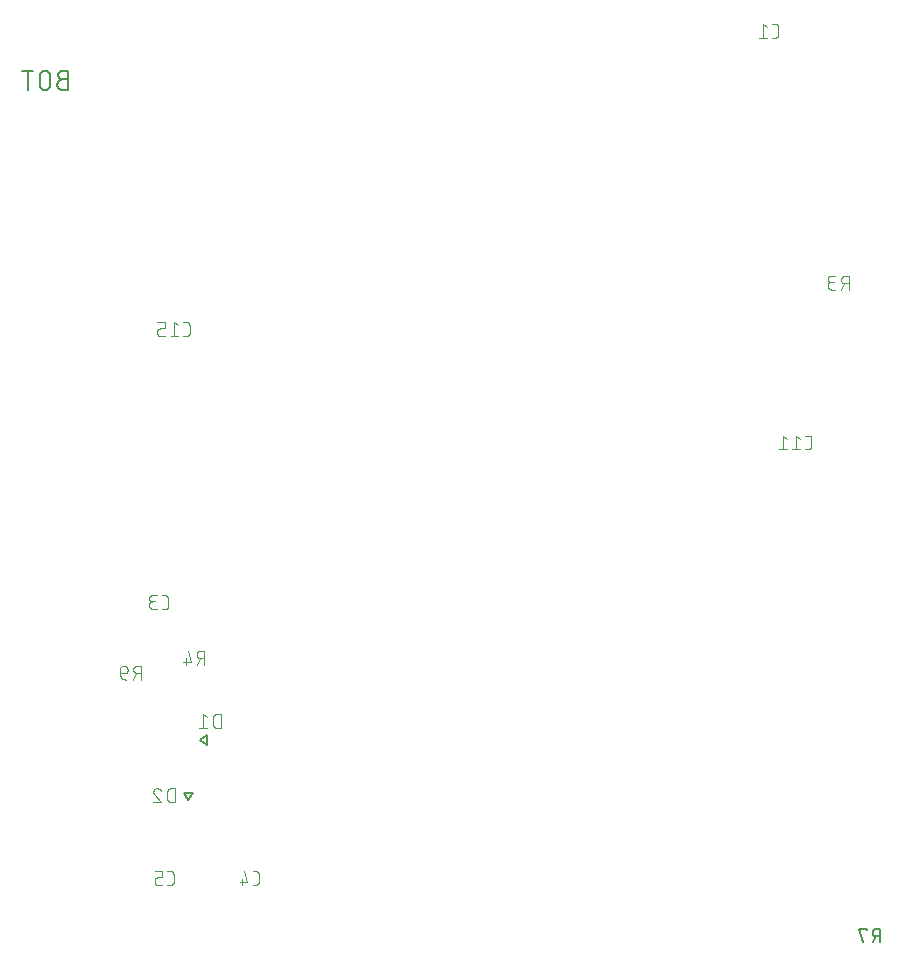
<source format=gbr>
G04 EAGLE Gerber RS-274X export*
G75*
%MOMM*%
%FSLAX34Y34*%
%LPD*%
%INSilkscreen Bottom*%
%IPPOS*%
%AMOC8*
5,1,8,0,0,1.08239X$1,22.5*%
G01*
%ADD10C,0.152400*%
%ADD11C,0.101600*%
%ADD12C,0.127000*%


D10*
X64008Y750203D02*
X59492Y750203D01*
X59492Y750204D02*
X59359Y750202D01*
X59227Y750196D01*
X59095Y750186D01*
X58963Y750173D01*
X58831Y750155D01*
X58701Y750134D01*
X58570Y750109D01*
X58441Y750080D01*
X58313Y750047D01*
X58185Y750011D01*
X58059Y749971D01*
X57934Y749927D01*
X57810Y749879D01*
X57688Y749828D01*
X57567Y749773D01*
X57448Y749715D01*
X57330Y749653D01*
X57215Y749588D01*
X57101Y749519D01*
X56990Y749448D01*
X56881Y749372D01*
X56774Y749294D01*
X56669Y749213D01*
X56567Y749128D01*
X56467Y749041D01*
X56370Y748951D01*
X56275Y748858D01*
X56184Y748762D01*
X56095Y748664D01*
X56009Y748563D01*
X55926Y748459D01*
X55846Y748353D01*
X55770Y748245D01*
X55696Y748135D01*
X55626Y748022D01*
X55559Y747908D01*
X55496Y747791D01*
X55436Y747673D01*
X55379Y747553D01*
X55326Y747431D01*
X55277Y747308D01*
X55231Y747184D01*
X55189Y747058D01*
X55151Y746931D01*
X55116Y746803D01*
X55085Y746674D01*
X55058Y746545D01*
X55035Y746414D01*
X55015Y746283D01*
X55000Y746151D01*
X54988Y746019D01*
X54980Y745887D01*
X54976Y745754D01*
X54976Y745622D01*
X54980Y745489D01*
X54988Y745357D01*
X55000Y745225D01*
X55015Y745093D01*
X55035Y744962D01*
X55058Y744831D01*
X55085Y744702D01*
X55116Y744573D01*
X55151Y744445D01*
X55189Y744318D01*
X55231Y744192D01*
X55277Y744068D01*
X55326Y743945D01*
X55379Y743823D01*
X55436Y743703D01*
X55496Y743585D01*
X55559Y743468D01*
X55626Y743354D01*
X55696Y743241D01*
X55770Y743131D01*
X55846Y743023D01*
X55926Y742917D01*
X56009Y742813D01*
X56095Y742712D01*
X56184Y742614D01*
X56275Y742518D01*
X56370Y742425D01*
X56467Y742335D01*
X56567Y742248D01*
X56669Y742163D01*
X56774Y742082D01*
X56881Y742004D01*
X56990Y741928D01*
X57101Y741857D01*
X57215Y741788D01*
X57330Y741723D01*
X57448Y741661D01*
X57567Y741603D01*
X57688Y741548D01*
X57810Y741497D01*
X57934Y741449D01*
X58059Y741405D01*
X58185Y741365D01*
X58313Y741329D01*
X58441Y741296D01*
X58570Y741267D01*
X58701Y741242D01*
X58831Y741221D01*
X58963Y741203D01*
X59095Y741190D01*
X59227Y741180D01*
X59359Y741174D01*
X59492Y741172D01*
X64008Y741172D01*
X64008Y757428D01*
X59492Y757428D01*
X59373Y757426D01*
X59253Y757420D01*
X59134Y757410D01*
X59016Y757396D01*
X58897Y757379D01*
X58780Y757357D01*
X58663Y757332D01*
X58548Y757302D01*
X58433Y757269D01*
X58319Y757232D01*
X58207Y757192D01*
X58096Y757147D01*
X57987Y757099D01*
X57879Y757048D01*
X57773Y756993D01*
X57669Y756934D01*
X57567Y756872D01*
X57467Y756807D01*
X57369Y756738D01*
X57273Y756666D01*
X57180Y756591D01*
X57090Y756514D01*
X57002Y756433D01*
X56917Y756349D01*
X56835Y756262D01*
X56755Y756173D01*
X56679Y756081D01*
X56605Y755987D01*
X56535Y755890D01*
X56468Y755792D01*
X56404Y755691D01*
X56344Y755587D01*
X56287Y755482D01*
X56234Y755375D01*
X56184Y755267D01*
X56138Y755157D01*
X56096Y755045D01*
X56057Y754932D01*
X56022Y754818D01*
X55991Y754703D01*
X55963Y754586D01*
X55940Y754469D01*
X55920Y754352D01*
X55904Y754233D01*
X55892Y754114D01*
X55884Y753995D01*
X55880Y753876D01*
X55880Y753756D01*
X55884Y753637D01*
X55892Y753518D01*
X55904Y753399D01*
X55920Y753280D01*
X55940Y753163D01*
X55963Y753046D01*
X55991Y752929D01*
X56022Y752814D01*
X56057Y752700D01*
X56096Y752587D01*
X56138Y752475D01*
X56184Y752365D01*
X56234Y752257D01*
X56287Y752150D01*
X56344Y752045D01*
X56404Y751941D01*
X56468Y751840D01*
X56535Y751742D01*
X56605Y751645D01*
X56679Y751551D01*
X56755Y751459D01*
X56835Y751370D01*
X56917Y751283D01*
X57002Y751199D01*
X57090Y751118D01*
X57180Y751041D01*
X57273Y750966D01*
X57369Y750894D01*
X57467Y750825D01*
X57567Y750760D01*
X57669Y750698D01*
X57773Y750639D01*
X57879Y750584D01*
X57987Y750533D01*
X58096Y750485D01*
X58207Y750440D01*
X58319Y750400D01*
X58433Y750363D01*
X58548Y750330D01*
X58663Y750300D01*
X58780Y750275D01*
X58897Y750253D01*
X59016Y750236D01*
X59134Y750222D01*
X59253Y750212D01*
X59373Y750206D01*
X59492Y750204D01*
X49109Y752912D02*
X49109Y745688D01*
X49109Y752912D02*
X49107Y753045D01*
X49101Y753177D01*
X49091Y753309D01*
X49078Y753441D01*
X49060Y753573D01*
X49039Y753703D01*
X49014Y753834D01*
X48985Y753963D01*
X48952Y754091D01*
X48916Y754219D01*
X48876Y754345D01*
X48832Y754470D01*
X48784Y754594D01*
X48733Y754716D01*
X48678Y754837D01*
X48620Y754956D01*
X48558Y755074D01*
X48493Y755189D01*
X48424Y755303D01*
X48353Y755414D01*
X48277Y755523D01*
X48199Y755630D01*
X48118Y755735D01*
X48033Y755837D01*
X47946Y755937D01*
X47856Y756034D01*
X47763Y756129D01*
X47667Y756220D01*
X47569Y756309D01*
X47468Y756395D01*
X47364Y756478D01*
X47258Y756558D01*
X47150Y756634D01*
X47040Y756708D01*
X46927Y756778D01*
X46813Y756845D01*
X46696Y756908D01*
X46578Y756968D01*
X46458Y757025D01*
X46336Y757078D01*
X46213Y757127D01*
X46089Y757173D01*
X45963Y757215D01*
X45836Y757253D01*
X45708Y757288D01*
X45579Y757319D01*
X45450Y757346D01*
X45319Y757369D01*
X45188Y757389D01*
X45056Y757404D01*
X44924Y757416D01*
X44792Y757424D01*
X44659Y757428D01*
X44527Y757428D01*
X44394Y757424D01*
X44262Y757416D01*
X44130Y757404D01*
X43998Y757389D01*
X43867Y757369D01*
X43736Y757346D01*
X43607Y757319D01*
X43478Y757288D01*
X43350Y757253D01*
X43223Y757215D01*
X43097Y757173D01*
X42973Y757127D01*
X42850Y757078D01*
X42728Y757025D01*
X42608Y756968D01*
X42490Y756908D01*
X42373Y756845D01*
X42259Y756778D01*
X42146Y756708D01*
X42036Y756634D01*
X41928Y756558D01*
X41822Y756478D01*
X41718Y756395D01*
X41617Y756309D01*
X41519Y756220D01*
X41423Y756129D01*
X41330Y756034D01*
X41240Y755937D01*
X41153Y755837D01*
X41068Y755735D01*
X40987Y755630D01*
X40909Y755523D01*
X40833Y755414D01*
X40762Y755303D01*
X40693Y755189D01*
X40628Y755074D01*
X40566Y754956D01*
X40508Y754837D01*
X40453Y754716D01*
X40402Y754594D01*
X40354Y754470D01*
X40310Y754345D01*
X40270Y754219D01*
X40234Y754091D01*
X40201Y753963D01*
X40172Y753834D01*
X40147Y753703D01*
X40126Y753573D01*
X40108Y753441D01*
X40095Y753309D01*
X40085Y753177D01*
X40079Y753045D01*
X40077Y752912D01*
X40078Y752912D02*
X40078Y745688D01*
X40077Y745688D02*
X40079Y745555D01*
X40085Y745423D01*
X40095Y745291D01*
X40108Y745159D01*
X40126Y745027D01*
X40147Y744897D01*
X40172Y744766D01*
X40201Y744637D01*
X40234Y744509D01*
X40270Y744381D01*
X40310Y744255D01*
X40354Y744130D01*
X40402Y744006D01*
X40453Y743884D01*
X40508Y743763D01*
X40566Y743644D01*
X40628Y743526D01*
X40693Y743411D01*
X40762Y743297D01*
X40833Y743186D01*
X40909Y743077D01*
X40987Y742970D01*
X41068Y742865D01*
X41153Y742763D01*
X41240Y742663D01*
X41330Y742566D01*
X41423Y742471D01*
X41519Y742380D01*
X41617Y742291D01*
X41718Y742205D01*
X41822Y742122D01*
X41928Y742042D01*
X42036Y741966D01*
X42146Y741892D01*
X42259Y741822D01*
X42373Y741755D01*
X42490Y741692D01*
X42608Y741632D01*
X42728Y741575D01*
X42850Y741522D01*
X42973Y741473D01*
X43097Y741427D01*
X43223Y741385D01*
X43350Y741347D01*
X43478Y741312D01*
X43607Y741281D01*
X43736Y741254D01*
X43867Y741231D01*
X43998Y741211D01*
X44130Y741196D01*
X44262Y741184D01*
X44394Y741176D01*
X44527Y741172D01*
X44659Y741172D01*
X44792Y741176D01*
X44924Y741184D01*
X45056Y741196D01*
X45188Y741211D01*
X45319Y741231D01*
X45450Y741254D01*
X45579Y741281D01*
X45708Y741312D01*
X45836Y741347D01*
X45963Y741385D01*
X46089Y741427D01*
X46213Y741473D01*
X46336Y741522D01*
X46458Y741575D01*
X46578Y741632D01*
X46696Y741692D01*
X46813Y741755D01*
X46927Y741822D01*
X47040Y741892D01*
X47150Y741966D01*
X47258Y742042D01*
X47364Y742122D01*
X47468Y742205D01*
X47569Y742291D01*
X47667Y742380D01*
X47763Y742471D01*
X47856Y742566D01*
X47946Y742663D01*
X48033Y742763D01*
X48118Y742865D01*
X48199Y742970D01*
X48277Y743077D01*
X48353Y743186D01*
X48424Y743297D01*
X48493Y743411D01*
X48558Y743526D01*
X48620Y743644D01*
X48678Y743763D01*
X48733Y743884D01*
X48784Y744006D01*
X48832Y744130D01*
X48876Y744255D01*
X48916Y744381D01*
X48952Y744509D01*
X48985Y744637D01*
X49014Y744766D01*
X49039Y744897D01*
X49060Y745027D01*
X49078Y745159D01*
X49091Y745291D01*
X49101Y745423D01*
X49107Y745555D01*
X49109Y745688D01*
X30004Y741172D02*
X30004Y757428D01*
X25489Y757428D02*
X34520Y757428D01*
D11*
X660414Y785368D02*
X663011Y785368D01*
X663110Y785370D01*
X663210Y785376D01*
X663309Y785385D01*
X663407Y785398D01*
X663505Y785415D01*
X663603Y785436D01*
X663699Y785461D01*
X663794Y785489D01*
X663888Y785521D01*
X663981Y785556D01*
X664073Y785595D01*
X664163Y785638D01*
X664251Y785683D01*
X664338Y785733D01*
X664422Y785785D01*
X664505Y785841D01*
X664585Y785899D01*
X664663Y785961D01*
X664738Y786026D01*
X664811Y786094D01*
X664881Y786164D01*
X664949Y786237D01*
X665014Y786312D01*
X665076Y786390D01*
X665134Y786470D01*
X665190Y786553D01*
X665242Y786637D01*
X665292Y786724D01*
X665337Y786812D01*
X665380Y786902D01*
X665419Y786994D01*
X665454Y787087D01*
X665486Y787181D01*
X665514Y787276D01*
X665539Y787372D01*
X665560Y787470D01*
X665577Y787568D01*
X665590Y787666D01*
X665599Y787765D01*
X665605Y787865D01*
X665607Y787964D01*
X665607Y794456D01*
X665605Y794555D01*
X665599Y794655D01*
X665590Y794754D01*
X665577Y794852D01*
X665560Y794950D01*
X665539Y795048D01*
X665514Y795144D01*
X665486Y795239D01*
X665454Y795333D01*
X665419Y795426D01*
X665380Y795518D01*
X665337Y795608D01*
X665292Y795696D01*
X665242Y795783D01*
X665190Y795867D01*
X665134Y795950D01*
X665076Y796030D01*
X665014Y796108D01*
X664949Y796183D01*
X664881Y796256D01*
X664811Y796326D01*
X664738Y796394D01*
X664663Y796459D01*
X664585Y796521D01*
X664505Y796579D01*
X664422Y796635D01*
X664338Y796687D01*
X664251Y796737D01*
X664163Y796782D01*
X664073Y796825D01*
X663981Y796864D01*
X663888Y796899D01*
X663794Y796931D01*
X663699Y796959D01*
X663603Y796984D01*
X663505Y797005D01*
X663407Y797022D01*
X663309Y797035D01*
X663210Y797044D01*
X663110Y797050D01*
X663011Y797052D01*
X660414Y797052D01*
X656049Y794456D02*
X652803Y797052D01*
X652803Y785368D01*
X649558Y785368D02*
X656049Y785368D01*
X146121Y301498D02*
X143524Y301498D01*
X146121Y301498D02*
X146220Y301500D01*
X146320Y301506D01*
X146419Y301515D01*
X146517Y301528D01*
X146615Y301545D01*
X146713Y301566D01*
X146809Y301591D01*
X146904Y301619D01*
X146998Y301651D01*
X147091Y301686D01*
X147183Y301725D01*
X147273Y301768D01*
X147361Y301813D01*
X147448Y301863D01*
X147532Y301915D01*
X147615Y301971D01*
X147695Y302029D01*
X147773Y302091D01*
X147848Y302156D01*
X147921Y302224D01*
X147991Y302294D01*
X148059Y302367D01*
X148124Y302442D01*
X148186Y302520D01*
X148244Y302600D01*
X148300Y302683D01*
X148352Y302767D01*
X148402Y302854D01*
X148447Y302942D01*
X148490Y303032D01*
X148529Y303124D01*
X148564Y303217D01*
X148596Y303311D01*
X148624Y303406D01*
X148649Y303502D01*
X148670Y303600D01*
X148687Y303698D01*
X148700Y303796D01*
X148709Y303895D01*
X148715Y303995D01*
X148717Y304094D01*
X148717Y310586D01*
X148715Y310685D01*
X148709Y310785D01*
X148700Y310884D01*
X148687Y310982D01*
X148670Y311080D01*
X148649Y311178D01*
X148624Y311274D01*
X148596Y311369D01*
X148564Y311463D01*
X148529Y311556D01*
X148490Y311648D01*
X148447Y311738D01*
X148402Y311826D01*
X148352Y311913D01*
X148300Y311997D01*
X148244Y312080D01*
X148186Y312160D01*
X148124Y312238D01*
X148059Y312313D01*
X147991Y312386D01*
X147921Y312456D01*
X147848Y312524D01*
X147773Y312589D01*
X147695Y312651D01*
X147615Y312709D01*
X147532Y312765D01*
X147448Y312817D01*
X147361Y312867D01*
X147273Y312912D01*
X147183Y312955D01*
X147091Y312994D01*
X146998Y313029D01*
X146904Y313061D01*
X146809Y313089D01*
X146713Y313114D01*
X146615Y313135D01*
X146517Y313152D01*
X146419Y313165D01*
X146320Y313174D01*
X146220Y313180D01*
X146121Y313182D01*
X143524Y313182D01*
X139159Y301498D02*
X135913Y301498D01*
X135800Y301500D01*
X135687Y301506D01*
X135574Y301516D01*
X135461Y301530D01*
X135349Y301547D01*
X135238Y301569D01*
X135128Y301594D01*
X135018Y301624D01*
X134910Y301657D01*
X134803Y301694D01*
X134697Y301734D01*
X134593Y301779D01*
X134490Y301827D01*
X134389Y301878D01*
X134290Y301933D01*
X134193Y301991D01*
X134098Y302053D01*
X134005Y302118D01*
X133915Y302186D01*
X133827Y302257D01*
X133741Y302332D01*
X133658Y302409D01*
X133578Y302489D01*
X133501Y302572D01*
X133426Y302658D01*
X133355Y302746D01*
X133287Y302836D01*
X133222Y302929D01*
X133160Y303024D01*
X133102Y303121D01*
X133047Y303220D01*
X132996Y303321D01*
X132948Y303424D01*
X132903Y303528D01*
X132863Y303634D01*
X132826Y303741D01*
X132793Y303849D01*
X132763Y303959D01*
X132738Y304069D01*
X132716Y304180D01*
X132699Y304292D01*
X132685Y304405D01*
X132675Y304518D01*
X132669Y304631D01*
X132667Y304744D01*
X132669Y304857D01*
X132675Y304970D01*
X132685Y305083D01*
X132699Y305196D01*
X132716Y305308D01*
X132738Y305419D01*
X132763Y305529D01*
X132793Y305639D01*
X132826Y305747D01*
X132863Y305854D01*
X132903Y305960D01*
X132948Y306064D01*
X132996Y306167D01*
X133047Y306268D01*
X133102Y306367D01*
X133160Y306464D01*
X133222Y306559D01*
X133287Y306652D01*
X133355Y306742D01*
X133426Y306830D01*
X133501Y306916D01*
X133578Y306999D01*
X133658Y307079D01*
X133741Y307156D01*
X133827Y307231D01*
X133915Y307302D01*
X134005Y307370D01*
X134098Y307435D01*
X134193Y307497D01*
X134290Y307555D01*
X134389Y307610D01*
X134490Y307661D01*
X134593Y307709D01*
X134697Y307754D01*
X134803Y307794D01*
X134910Y307831D01*
X135018Y307864D01*
X135128Y307894D01*
X135238Y307919D01*
X135349Y307941D01*
X135461Y307958D01*
X135574Y307972D01*
X135687Y307982D01*
X135800Y307988D01*
X135913Y307990D01*
X135264Y313182D02*
X139159Y313182D01*
X135264Y313182D02*
X135163Y313180D01*
X135063Y313174D01*
X134963Y313164D01*
X134863Y313151D01*
X134764Y313133D01*
X134665Y313112D01*
X134568Y313087D01*
X134471Y313058D01*
X134376Y313025D01*
X134282Y312989D01*
X134190Y312949D01*
X134099Y312906D01*
X134010Y312859D01*
X133923Y312809D01*
X133837Y312755D01*
X133754Y312698D01*
X133674Y312638D01*
X133595Y312575D01*
X133519Y312508D01*
X133446Y312439D01*
X133376Y312367D01*
X133308Y312293D01*
X133243Y312216D01*
X133182Y312136D01*
X133123Y312054D01*
X133068Y311970D01*
X133016Y311884D01*
X132967Y311796D01*
X132922Y311706D01*
X132880Y311614D01*
X132842Y311521D01*
X132808Y311426D01*
X132777Y311331D01*
X132750Y311234D01*
X132727Y311136D01*
X132707Y311037D01*
X132692Y310937D01*
X132680Y310837D01*
X132672Y310737D01*
X132668Y310636D01*
X132668Y310536D01*
X132672Y310435D01*
X132680Y310335D01*
X132692Y310235D01*
X132707Y310135D01*
X132727Y310036D01*
X132750Y309938D01*
X132777Y309841D01*
X132808Y309746D01*
X132842Y309651D01*
X132880Y309558D01*
X132922Y309466D01*
X132967Y309376D01*
X133016Y309288D01*
X133068Y309202D01*
X133123Y309118D01*
X133182Y309036D01*
X133243Y308956D01*
X133308Y308879D01*
X133376Y308805D01*
X133446Y308733D01*
X133519Y308664D01*
X133595Y308597D01*
X133674Y308534D01*
X133754Y308474D01*
X133837Y308417D01*
X133923Y308363D01*
X134010Y308313D01*
X134099Y308266D01*
X134190Y308223D01*
X134282Y308183D01*
X134376Y308147D01*
X134471Y308114D01*
X134568Y308085D01*
X134665Y308060D01*
X134764Y308039D01*
X134863Y308021D01*
X134963Y308008D01*
X135063Y307998D01*
X135163Y307992D01*
X135264Y307990D01*
X135264Y307989D02*
X137861Y307989D01*
X688354Y436753D02*
X690951Y436753D01*
X691050Y436755D01*
X691150Y436761D01*
X691249Y436770D01*
X691347Y436783D01*
X691445Y436800D01*
X691543Y436821D01*
X691639Y436846D01*
X691734Y436874D01*
X691828Y436906D01*
X691921Y436941D01*
X692013Y436980D01*
X692103Y437023D01*
X692191Y437068D01*
X692278Y437118D01*
X692362Y437170D01*
X692445Y437226D01*
X692525Y437284D01*
X692603Y437346D01*
X692678Y437411D01*
X692751Y437479D01*
X692821Y437549D01*
X692889Y437622D01*
X692954Y437697D01*
X693016Y437775D01*
X693074Y437855D01*
X693130Y437938D01*
X693182Y438022D01*
X693232Y438109D01*
X693277Y438197D01*
X693320Y438287D01*
X693359Y438379D01*
X693394Y438472D01*
X693426Y438566D01*
X693454Y438661D01*
X693479Y438757D01*
X693500Y438855D01*
X693517Y438953D01*
X693530Y439051D01*
X693539Y439150D01*
X693545Y439250D01*
X693547Y439349D01*
X693547Y445841D01*
X693545Y445940D01*
X693539Y446040D01*
X693530Y446139D01*
X693517Y446237D01*
X693500Y446335D01*
X693479Y446433D01*
X693454Y446529D01*
X693426Y446624D01*
X693394Y446718D01*
X693359Y446811D01*
X693320Y446903D01*
X693277Y446993D01*
X693232Y447081D01*
X693182Y447168D01*
X693130Y447252D01*
X693074Y447335D01*
X693016Y447415D01*
X692954Y447493D01*
X692889Y447568D01*
X692821Y447641D01*
X692751Y447711D01*
X692678Y447779D01*
X692603Y447844D01*
X692525Y447906D01*
X692445Y447964D01*
X692362Y448020D01*
X692278Y448072D01*
X692191Y448122D01*
X692103Y448167D01*
X692013Y448210D01*
X691921Y448249D01*
X691828Y448284D01*
X691734Y448316D01*
X691639Y448344D01*
X691543Y448369D01*
X691445Y448390D01*
X691347Y448407D01*
X691249Y448420D01*
X691150Y448429D01*
X691050Y448435D01*
X690951Y448437D01*
X688354Y448437D01*
X683989Y445841D02*
X680743Y448437D01*
X680743Y436753D01*
X677498Y436753D02*
X683989Y436753D01*
X672559Y445841D02*
X669313Y448437D01*
X669313Y436753D01*
X666068Y436753D02*
X672559Y436753D01*
X222956Y67818D02*
X220359Y67818D01*
X222956Y67818D02*
X223055Y67820D01*
X223155Y67826D01*
X223254Y67835D01*
X223352Y67848D01*
X223450Y67865D01*
X223548Y67886D01*
X223644Y67911D01*
X223739Y67939D01*
X223833Y67971D01*
X223926Y68006D01*
X224018Y68045D01*
X224108Y68088D01*
X224196Y68133D01*
X224283Y68183D01*
X224367Y68235D01*
X224450Y68291D01*
X224530Y68349D01*
X224608Y68411D01*
X224683Y68476D01*
X224756Y68544D01*
X224826Y68614D01*
X224894Y68687D01*
X224959Y68762D01*
X225021Y68840D01*
X225079Y68920D01*
X225135Y69003D01*
X225187Y69087D01*
X225237Y69174D01*
X225282Y69262D01*
X225325Y69352D01*
X225364Y69444D01*
X225399Y69537D01*
X225431Y69631D01*
X225459Y69726D01*
X225484Y69822D01*
X225505Y69920D01*
X225522Y70018D01*
X225535Y70116D01*
X225544Y70215D01*
X225550Y70315D01*
X225552Y70414D01*
X225552Y76906D01*
X225550Y77005D01*
X225544Y77105D01*
X225535Y77204D01*
X225522Y77302D01*
X225505Y77400D01*
X225484Y77498D01*
X225459Y77594D01*
X225431Y77689D01*
X225399Y77783D01*
X225364Y77876D01*
X225325Y77968D01*
X225282Y78058D01*
X225237Y78146D01*
X225187Y78233D01*
X225135Y78317D01*
X225079Y78400D01*
X225021Y78480D01*
X224959Y78558D01*
X224894Y78633D01*
X224826Y78706D01*
X224756Y78776D01*
X224683Y78844D01*
X224608Y78909D01*
X224530Y78971D01*
X224450Y79029D01*
X224367Y79085D01*
X224283Y79137D01*
X224196Y79187D01*
X224108Y79232D01*
X224018Y79275D01*
X223926Y79314D01*
X223833Y79349D01*
X223739Y79381D01*
X223644Y79409D01*
X223548Y79434D01*
X223450Y79455D01*
X223352Y79472D01*
X223254Y79485D01*
X223155Y79494D01*
X223055Y79500D01*
X222956Y79502D01*
X220359Y79502D01*
X213397Y79502D02*
X215994Y70414D01*
X209503Y70414D01*
X211450Y73011D02*
X211450Y67818D01*
X150883Y67818D02*
X148287Y67818D01*
X150883Y67818D02*
X150982Y67820D01*
X151082Y67826D01*
X151181Y67835D01*
X151279Y67848D01*
X151377Y67865D01*
X151475Y67886D01*
X151571Y67911D01*
X151666Y67939D01*
X151760Y67971D01*
X151853Y68006D01*
X151945Y68045D01*
X152035Y68088D01*
X152123Y68133D01*
X152210Y68183D01*
X152294Y68235D01*
X152377Y68291D01*
X152457Y68349D01*
X152535Y68411D01*
X152610Y68476D01*
X152683Y68544D01*
X152753Y68614D01*
X152821Y68687D01*
X152886Y68762D01*
X152948Y68840D01*
X153006Y68920D01*
X153062Y69003D01*
X153114Y69087D01*
X153164Y69174D01*
X153209Y69262D01*
X153252Y69352D01*
X153291Y69444D01*
X153326Y69537D01*
X153358Y69631D01*
X153386Y69726D01*
X153411Y69822D01*
X153432Y69920D01*
X153449Y70018D01*
X153462Y70116D01*
X153471Y70215D01*
X153477Y70315D01*
X153479Y70414D01*
X153480Y70414D02*
X153480Y76906D01*
X153479Y76906D02*
X153477Y77005D01*
X153471Y77105D01*
X153462Y77204D01*
X153449Y77302D01*
X153432Y77400D01*
X153411Y77498D01*
X153386Y77594D01*
X153358Y77689D01*
X153326Y77783D01*
X153291Y77876D01*
X153252Y77968D01*
X153209Y78058D01*
X153164Y78146D01*
X153114Y78233D01*
X153062Y78317D01*
X153006Y78400D01*
X152948Y78480D01*
X152886Y78558D01*
X152821Y78633D01*
X152753Y78706D01*
X152683Y78776D01*
X152610Y78844D01*
X152535Y78909D01*
X152457Y78971D01*
X152377Y79029D01*
X152294Y79085D01*
X152210Y79137D01*
X152123Y79187D01*
X152035Y79232D01*
X151945Y79275D01*
X151853Y79314D01*
X151760Y79349D01*
X151666Y79381D01*
X151571Y79409D01*
X151475Y79434D01*
X151377Y79455D01*
X151279Y79472D01*
X151181Y79485D01*
X151082Y79494D01*
X150982Y79500D01*
X150883Y79502D01*
X148287Y79502D01*
X143921Y67818D02*
X140027Y67818D01*
X139928Y67820D01*
X139828Y67826D01*
X139729Y67835D01*
X139631Y67848D01*
X139533Y67865D01*
X139435Y67886D01*
X139339Y67911D01*
X139244Y67939D01*
X139150Y67971D01*
X139057Y68006D01*
X138965Y68045D01*
X138875Y68088D01*
X138787Y68133D01*
X138700Y68183D01*
X138616Y68235D01*
X138533Y68291D01*
X138453Y68349D01*
X138375Y68411D01*
X138300Y68476D01*
X138227Y68544D01*
X138157Y68614D01*
X138089Y68687D01*
X138024Y68762D01*
X137962Y68840D01*
X137904Y68920D01*
X137848Y69003D01*
X137796Y69087D01*
X137746Y69174D01*
X137701Y69262D01*
X137658Y69352D01*
X137619Y69444D01*
X137584Y69537D01*
X137552Y69631D01*
X137524Y69726D01*
X137499Y69822D01*
X137478Y69920D01*
X137461Y70018D01*
X137448Y70116D01*
X137439Y70215D01*
X137433Y70315D01*
X137431Y70414D01*
X137430Y70414D02*
X137430Y71713D01*
X137431Y71713D02*
X137433Y71812D01*
X137439Y71912D01*
X137448Y72011D01*
X137461Y72109D01*
X137478Y72207D01*
X137499Y72305D01*
X137524Y72401D01*
X137552Y72496D01*
X137584Y72590D01*
X137619Y72683D01*
X137658Y72775D01*
X137701Y72865D01*
X137746Y72953D01*
X137796Y73040D01*
X137848Y73124D01*
X137904Y73207D01*
X137962Y73287D01*
X138024Y73365D01*
X138089Y73440D01*
X138157Y73513D01*
X138227Y73583D01*
X138300Y73651D01*
X138375Y73716D01*
X138453Y73778D01*
X138533Y73836D01*
X138616Y73892D01*
X138700Y73944D01*
X138787Y73994D01*
X138875Y74039D01*
X138965Y74082D01*
X139057Y74121D01*
X139150Y74156D01*
X139244Y74188D01*
X139339Y74216D01*
X139435Y74241D01*
X139533Y74262D01*
X139631Y74279D01*
X139729Y74292D01*
X139828Y74301D01*
X139928Y74307D01*
X140027Y74309D01*
X143921Y74309D01*
X143921Y79502D01*
X137430Y79502D01*
D10*
X166053Y139465D02*
X170053Y145465D01*
X162053Y145465D01*
X166053Y139465D01*
D11*
X154640Y138143D02*
X154640Y149827D01*
X151394Y149827D01*
X151281Y149825D01*
X151168Y149819D01*
X151055Y149809D01*
X150942Y149795D01*
X150830Y149778D01*
X150719Y149756D01*
X150609Y149731D01*
X150499Y149701D01*
X150391Y149668D01*
X150284Y149631D01*
X150178Y149591D01*
X150074Y149546D01*
X149971Y149498D01*
X149870Y149447D01*
X149771Y149392D01*
X149674Y149334D01*
X149579Y149272D01*
X149486Y149207D01*
X149396Y149139D01*
X149308Y149068D01*
X149222Y148993D01*
X149139Y148916D01*
X149059Y148836D01*
X148982Y148753D01*
X148907Y148667D01*
X148836Y148579D01*
X148768Y148489D01*
X148703Y148396D01*
X148641Y148301D01*
X148583Y148204D01*
X148528Y148105D01*
X148477Y148004D01*
X148429Y147901D01*
X148384Y147797D01*
X148344Y147691D01*
X148307Y147584D01*
X148274Y147476D01*
X148244Y147366D01*
X148219Y147256D01*
X148197Y147145D01*
X148180Y147033D01*
X148166Y146920D01*
X148156Y146807D01*
X148150Y146694D01*
X148148Y146581D01*
X148148Y141389D01*
X148150Y141276D01*
X148156Y141163D01*
X148166Y141050D01*
X148180Y140937D01*
X148197Y140825D01*
X148219Y140714D01*
X148244Y140604D01*
X148274Y140494D01*
X148307Y140386D01*
X148344Y140279D01*
X148384Y140173D01*
X148429Y140069D01*
X148477Y139966D01*
X148528Y139865D01*
X148583Y139766D01*
X148641Y139669D01*
X148703Y139574D01*
X148768Y139481D01*
X148836Y139391D01*
X148907Y139303D01*
X148982Y139217D01*
X149059Y139134D01*
X149139Y139054D01*
X149222Y138977D01*
X149308Y138902D01*
X149396Y138831D01*
X149486Y138763D01*
X149579Y138698D01*
X149674Y138636D01*
X149771Y138578D01*
X149870Y138523D01*
X149971Y138472D01*
X150074Y138424D01*
X150178Y138379D01*
X150284Y138339D01*
X150391Y138302D01*
X150499Y138269D01*
X150609Y138239D01*
X150719Y138214D01*
X150830Y138192D01*
X150942Y138175D01*
X151055Y138161D01*
X151168Y138151D01*
X151281Y138145D01*
X151394Y138143D01*
X154640Y138143D01*
X139258Y149827D02*
X139151Y149825D01*
X139045Y149819D01*
X138939Y149809D01*
X138833Y149796D01*
X138727Y149778D01*
X138623Y149757D01*
X138519Y149732D01*
X138416Y149703D01*
X138315Y149671D01*
X138215Y149634D01*
X138116Y149594D01*
X138018Y149551D01*
X137922Y149504D01*
X137828Y149453D01*
X137736Y149399D01*
X137646Y149342D01*
X137558Y149282D01*
X137473Y149218D01*
X137390Y149151D01*
X137309Y149081D01*
X137231Y149009D01*
X137155Y148933D01*
X137083Y148855D01*
X137013Y148774D01*
X136946Y148691D01*
X136882Y148606D01*
X136822Y148518D01*
X136765Y148428D01*
X136711Y148336D01*
X136660Y148242D01*
X136613Y148146D01*
X136570Y148048D01*
X136530Y147949D01*
X136493Y147849D01*
X136461Y147748D01*
X136432Y147645D01*
X136407Y147541D01*
X136386Y147437D01*
X136368Y147331D01*
X136355Y147225D01*
X136345Y147119D01*
X136339Y147013D01*
X136337Y146906D01*
X139258Y149827D02*
X139379Y149825D01*
X139500Y149819D01*
X139620Y149809D01*
X139741Y149796D01*
X139860Y149778D01*
X139980Y149757D01*
X140098Y149732D01*
X140215Y149703D01*
X140332Y149670D01*
X140447Y149634D01*
X140561Y149593D01*
X140674Y149550D01*
X140786Y149502D01*
X140895Y149451D01*
X141003Y149396D01*
X141110Y149338D01*
X141214Y149277D01*
X141316Y149212D01*
X141416Y149144D01*
X141514Y149073D01*
X141610Y148999D01*
X141703Y148922D01*
X141793Y148841D01*
X141881Y148758D01*
X141966Y148672D01*
X142049Y148583D01*
X142128Y148492D01*
X142205Y148398D01*
X142278Y148302D01*
X142348Y148204D01*
X142415Y148103D01*
X142479Y148000D01*
X142540Y147895D01*
X142597Y147788D01*
X142650Y147680D01*
X142700Y147570D01*
X142746Y147458D01*
X142789Y147345D01*
X142828Y147230D01*
X137312Y144634D02*
X137233Y144712D01*
X137157Y144792D01*
X137084Y144875D01*
X137014Y144961D01*
X136947Y145048D01*
X136883Y145139D01*
X136823Y145231D01*
X136765Y145325D01*
X136711Y145422D01*
X136661Y145520D01*
X136614Y145620D01*
X136570Y145721D01*
X136530Y145824D01*
X136494Y145929D01*
X136462Y146034D01*
X136433Y146141D01*
X136408Y146248D01*
X136386Y146357D01*
X136369Y146466D01*
X136355Y146575D01*
X136346Y146685D01*
X136340Y146796D01*
X136338Y146906D01*
X137311Y144634D02*
X142829Y138143D01*
X136337Y138143D01*
D10*
X175708Y190668D02*
X181708Y186668D01*
X181708Y194668D01*
X175708Y190668D01*
D11*
X193434Y201000D02*
X193434Y212684D01*
X190188Y212684D01*
X190188Y212685D02*
X190075Y212683D01*
X189962Y212677D01*
X189849Y212667D01*
X189736Y212653D01*
X189624Y212636D01*
X189513Y212614D01*
X189403Y212589D01*
X189293Y212559D01*
X189185Y212526D01*
X189078Y212489D01*
X188972Y212449D01*
X188868Y212404D01*
X188765Y212356D01*
X188664Y212305D01*
X188565Y212250D01*
X188468Y212192D01*
X188373Y212130D01*
X188280Y212065D01*
X188190Y211997D01*
X188102Y211926D01*
X188016Y211851D01*
X187933Y211774D01*
X187853Y211694D01*
X187776Y211611D01*
X187701Y211525D01*
X187630Y211437D01*
X187562Y211347D01*
X187497Y211254D01*
X187435Y211159D01*
X187377Y211062D01*
X187322Y210963D01*
X187271Y210862D01*
X187223Y210759D01*
X187178Y210655D01*
X187138Y210549D01*
X187101Y210442D01*
X187068Y210334D01*
X187038Y210224D01*
X187013Y210114D01*
X186991Y210003D01*
X186974Y209891D01*
X186960Y209778D01*
X186950Y209665D01*
X186944Y209552D01*
X186942Y209439D01*
X186943Y209439D02*
X186943Y204246D01*
X186942Y204246D02*
X186944Y204133D01*
X186950Y204020D01*
X186960Y203907D01*
X186974Y203794D01*
X186991Y203682D01*
X187013Y203571D01*
X187038Y203461D01*
X187068Y203351D01*
X187101Y203243D01*
X187138Y203136D01*
X187178Y203030D01*
X187223Y202926D01*
X187271Y202823D01*
X187322Y202722D01*
X187377Y202623D01*
X187435Y202526D01*
X187497Y202431D01*
X187562Y202338D01*
X187630Y202248D01*
X187701Y202160D01*
X187776Y202074D01*
X187853Y201991D01*
X187933Y201911D01*
X188016Y201834D01*
X188102Y201759D01*
X188190Y201688D01*
X188280Y201620D01*
X188373Y201555D01*
X188468Y201493D01*
X188565Y201435D01*
X188664Y201380D01*
X188765Y201329D01*
X188868Y201281D01*
X188972Y201236D01*
X189078Y201196D01*
X189185Y201159D01*
X189293Y201126D01*
X189403Y201096D01*
X189513Y201071D01*
X189624Y201049D01*
X189736Y201032D01*
X189849Y201018D01*
X189962Y201008D01*
X190075Y201002D01*
X190188Y201000D01*
X193434Y201000D01*
X181623Y210088D02*
X178377Y212684D01*
X178377Y201000D01*
X175132Y201000D02*
X181623Y201000D01*
D12*
X751757Y30861D02*
X751757Y19431D01*
X751757Y30861D02*
X748582Y30861D01*
X748471Y30859D01*
X748361Y30853D01*
X748250Y30844D01*
X748140Y30830D01*
X748031Y30813D01*
X747922Y30792D01*
X747814Y30767D01*
X747707Y30738D01*
X747601Y30706D01*
X747496Y30670D01*
X747393Y30630D01*
X747291Y30587D01*
X747190Y30540D01*
X747091Y30489D01*
X746995Y30436D01*
X746900Y30379D01*
X746807Y30318D01*
X746716Y30255D01*
X746627Y30188D01*
X746541Y30118D01*
X746458Y30045D01*
X746376Y29970D01*
X746298Y29892D01*
X746223Y29810D01*
X746150Y29727D01*
X746080Y29641D01*
X746013Y29552D01*
X745950Y29461D01*
X745889Y29368D01*
X745832Y29273D01*
X745779Y29177D01*
X745728Y29078D01*
X745681Y28977D01*
X745638Y28875D01*
X745598Y28772D01*
X745562Y28667D01*
X745530Y28561D01*
X745501Y28454D01*
X745476Y28346D01*
X745455Y28237D01*
X745438Y28128D01*
X745424Y28018D01*
X745415Y27907D01*
X745409Y27797D01*
X745407Y27686D01*
X745409Y27575D01*
X745415Y27465D01*
X745424Y27354D01*
X745438Y27244D01*
X745455Y27135D01*
X745476Y27026D01*
X745501Y26918D01*
X745530Y26811D01*
X745562Y26705D01*
X745598Y26600D01*
X745638Y26497D01*
X745681Y26395D01*
X745728Y26294D01*
X745779Y26195D01*
X745832Y26098D01*
X745889Y26004D01*
X745950Y25911D01*
X746013Y25820D01*
X746080Y25731D01*
X746150Y25645D01*
X746223Y25562D01*
X746298Y25480D01*
X746376Y25402D01*
X746458Y25327D01*
X746541Y25254D01*
X746627Y25184D01*
X746716Y25117D01*
X746807Y25054D01*
X746900Y24993D01*
X746995Y24936D01*
X747091Y24883D01*
X747190Y24832D01*
X747291Y24785D01*
X747393Y24742D01*
X747496Y24702D01*
X747601Y24666D01*
X747707Y24634D01*
X747814Y24605D01*
X747922Y24580D01*
X748031Y24559D01*
X748140Y24542D01*
X748250Y24528D01*
X748361Y24519D01*
X748471Y24513D01*
X748582Y24511D01*
X751757Y24511D01*
X747947Y24511D02*
X745407Y19431D01*
X740410Y29591D02*
X740410Y30861D01*
X734060Y30861D01*
X737235Y19431D01*
D11*
X725110Y572008D02*
X725110Y583692D01*
X721865Y583692D01*
X721752Y583690D01*
X721639Y583684D01*
X721526Y583674D01*
X721413Y583660D01*
X721301Y583643D01*
X721190Y583621D01*
X721080Y583596D01*
X720970Y583566D01*
X720862Y583533D01*
X720755Y583496D01*
X720649Y583456D01*
X720545Y583411D01*
X720442Y583363D01*
X720341Y583312D01*
X720242Y583257D01*
X720145Y583199D01*
X720050Y583137D01*
X719957Y583072D01*
X719867Y583004D01*
X719779Y582933D01*
X719693Y582858D01*
X719610Y582781D01*
X719530Y582701D01*
X719453Y582618D01*
X719378Y582532D01*
X719307Y582444D01*
X719239Y582354D01*
X719174Y582261D01*
X719112Y582166D01*
X719054Y582069D01*
X718999Y581970D01*
X718948Y581869D01*
X718900Y581766D01*
X718855Y581662D01*
X718815Y581556D01*
X718778Y581449D01*
X718745Y581341D01*
X718715Y581231D01*
X718690Y581121D01*
X718668Y581010D01*
X718651Y580898D01*
X718637Y580785D01*
X718627Y580672D01*
X718621Y580559D01*
X718619Y580446D01*
X718621Y580333D01*
X718627Y580220D01*
X718637Y580107D01*
X718651Y579994D01*
X718668Y579882D01*
X718690Y579771D01*
X718715Y579661D01*
X718745Y579551D01*
X718778Y579443D01*
X718815Y579336D01*
X718855Y579230D01*
X718900Y579126D01*
X718948Y579023D01*
X718999Y578922D01*
X719054Y578823D01*
X719112Y578726D01*
X719174Y578631D01*
X719239Y578538D01*
X719307Y578448D01*
X719378Y578360D01*
X719453Y578274D01*
X719530Y578191D01*
X719610Y578111D01*
X719693Y578034D01*
X719779Y577959D01*
X719867Y577888D01*
X719957Y577820D01*
X720050Y577755D01*
X720145Y577693D01*
X720242Y577635D01*
X720341Y577580D01*
X720442Y577529D01*
X720545Y577481D01*
X720649Y577436D01*
X720755Y577396D01*
X720862Y577359D01*
X720970Y577326D01*
X721080Y577296D01*
X721190Y577271D01*
X721301Y577249D01*
X721413Y577232D01*
X721526Y577218D01*
X721639Y577208D01*
X721752Y577202D01*
X721865Y577200D01*
X721865Y577201D02*
X725110Y577201D01*
X721216Y577201D02*
X718619Y572008D01*
X713754Y572008D02*
X710509Y572008D01*
X710396Y572010D01*
X710283Y572016D01*
X710170Y572026D01*
X710057Y572040D01*
X709945Y572057D01*
X709834Y572079D01*
X709724Y572104D01*
X709614Y572134D01*
X709506Y572167D01*
X709399Y572204D01*
X709293Y572244D01*
X709189Y572289D01*
X709086Y572337D01*
X708985Y572388D01*
X708886Y572443D01*
X708789Y572501D01*
X708694Y572563D01*
X708601Y572628D01*
X708511Y572696D01*
X708423Y572767D01*
X708337Y572842D01*
X708254Y572919D01*
X708174Y572999D01*
X708097Y573082D01*
X708022Y573168D01*
X707951Y573256D01*
X707883Y573346D01*
X707818Y573439D01*
X707756Y573534D01*
X707698Y573631D01*
X707643Y573730D01*
X707592Y573831D01*
X707544Y573934D01*
X707499Y574038D01*
X707459Y574144D01*
X707422Y574251D01*
X707389Y574359D01*
X707359Y574469D01*
X707334Y574579D01*
X707312Y574690D01*
X707295Y574802D01*
X707281Y574915D01*
X707271Y575028D01*
X707265Y575141D01*
X707263Y575254D01*
X707265Y575367D01*
X707271Y575480D01*
X707281Y575593D01*
X707295Y575706D01*
X707312Y575818D01*
X707334Y575929D01*
X707359Y576039D01*
X707389Y576149D01*
X707422Y576257D01*
X707459Y576364D01*
X707499Y576470D01*
X707544Y576574D01*
X707592Y576677D01*
X707643Y576778D01*
X707698Y576877D01*
X707756Y576974D01*
X707818Y577069D01*
X707883Y577162D01*
X707951Y577252D01*
X708022Y577340D01*
X708097Y577426D01*
X708174Y577509D01*
X708254Y577589D01*
X708337Y577666D01*
X708423Y577741D01*
X708511Y577812D01*
X708601Y577880D01*
X708694Y577945D01*
X708789Y578007D01*
X708886Y578065D01*
X708985Y578120D01*
X709086Y578171D01*
X709189Y578219D01*
X709293Y578264D01*
X709399Y578304D01*
X709506Y578341D01*
X709614Y578374D01*
X709724Y578404D01*
X709834Y578429D01*
X709945Y578451D01*
X710057Y578468D01*
X710170Y578482D01*
X710283Y578492D01*
X710396Y578498D01*
X710509Y578500D01*
X709859Y583692D02*
X713754Y583692D01*
X709859Y583692D02*
X709758Y583690D01*
X709658Y583684D01*
X709558Y583674D01*
X709458Y583661D01*
X709359Y583643D01*
X709260Y583622D01*
X709163Y583597D01*
X709066Y583568D01*
X708971Y583535D01*
X708877Y583499D01*
X708785Y583459D01*
X708694Y583416D01*
X708605Y583369D01*
X708518Y583319D01*
X708432Y583265D01*
X708349Y583208D01*
X708269Y583148D01*
X708190Y583085D01*
X708114Y583018D01*
X708041Y582949D01*
X707971Y582877D01*
X707903Y582803D01*
X707838Y582726D01*
X707777Y582646D01*
X707718Y582564D01*
X707663Y582480D01*
X707611Y582394D01*
X707562Y582306D01*
X707517Y582216D01*
X707475Y582124D01*
X707437Y582031D01*
X707403Y581936D01*
X707372Y581841D01*
X707345Y581744D01*
X707322Y581646D01*
X707302Y581547D01*
X707287Y581447D01*
X707275Y581347D01*
X707267Y581247D01*
X707263Y581146D01*
X707263Y581046D01*
X707267Y580945D01*
X707275Y580845D01*
X707287Y580745D01*
X707302Y580645D01*
X707322Y580546D01*
X707345Y580448D01*
X707372Y580351D01*
X707403Y580256D01*
X707437Y580161D01*
X707475Y580068D01*
X707517Y579976D01*
X707562Y579886D01*
X707611Y579798D01*
X707663Y579712D01*
X707718Y579628D01*
X707777Y579546D01*
X707838Y579466D01*
X707903Y579389D01*
X707971Y579315D01*
X708041Y579243D01*
X708114Y579174D01*
X708190Y579107D01*
X708269Y579044D01*
X708349Y578984D01*
X708432Y578927D01*
X708518Y578873D01*
X708605Y578823D01*
X708694Y578776D01*
X708785Y578733D01*
X708877Y578693D01*
X708971Y578657D01*
X709066Y578624D01*
X709163Y578595D01*
X709260Y578570D01*
X709359Y578549D01*
X709458Y578531D01*
X709558Y578518D01*
X709658Y578508D01*
X709758Y578502D01*
X709859Y578500D01*
X709859Y578499D02*
X712456Y578499D01*
X125857Y253492D02*
X125857Y241808D01*
X125857Y253492D02*
X122611Y253492D01*
X122498Y253490D01*
X122385Y253484D01*
X122272Y253474D01*
X122159Y253460D01*
X122047Y253443D01*
X121936Y253421D01*
X121826Y253396D01*
X121716Y253366D01*
X121608Y253333D01*
X121501Y253296D01*
X121395Y253256D01*
X121291Y253211D01*
X121188Y253163D01*
X121087Y253112D01*
X120988Y253057D01*
X120891Y252999D01*
X120796Y252937D01*
X120703Y252872D01*
X120613Y252804D01*
X120525Y252733D01*
X120439Y252658D01*
X120356Y252581D01*
X120276Y252501D01*
X120199Y252418D01*
X120124Y252332D01*
X120053Y252244D01*
X119985Y252154D01*
X119920Y252061D01*
X119858Y251966D01*
X119800Y251869D01*
X119745Y251770D01*
X119694Y251669D01*
X119646Y251566D01*
X119601Y251462D01*
X119561Y251356D01*
X119524Y251249D01*
X119491Y251141D01*
X119461Y251031D01*
X119436Y250921D01*
X119414Y250810D01*
X119397Y250698D01*
X119383Y250585D01*
X119373Y250472D01*
X119367Y250359D01*
X119365Y250246D01*
X119367Y250133D01*
X119373Y250020D01*
X119383Y249907D01*
X119397Y249794D01*
X119414Y249682D01*
X119436Y249571D01*
X119461Y249461D01*
X119491Y249351D01*
X119524Y249243D01*
X119561Y249136D01*
X119601Y249030D01*
X119646Y248926D01*
X119694Y248823D01*
X119745Y248722D01*
X119800Y248623D01*
X119858Y248526D01*
X119920Y248431D01*
X119985Y248338D01*
X120053Y248248D01*
X120124Y248160D01*
X120199Y248074D01*
X120276Y247991D01*
X120356Y247911D01*
X120439Y247834D01*
X120525Y247759D01*
X120613Y247688D01*
X120703Y247620D01*
X120796Y247555D01*
X120891Y247493D01*
X120988Y247435D01*
X121087Y247380D01*
X121188Y247329D01*
X121291Y247281D01*
X121395Y247236D01*
X121501Y247196D01*
X121608Y247159D01*
X121716Y247126D01*
X121826Y247096D01*
X121936Y247071D01*
X122047Y247049D01*
X122159Y247032D01*
X122272Y247018D01*
X122385Y247008D01*
X122498Y247002D01*
X122611Y247000D01*
X122611Y247001D02*
X125857Y247001D01*
X121962Y247001D02*
X119366Y241808D01*
X111904Y247001D02*
X108010Y247001D01*
X111904Y247001D02*
X112003Y247003D01*
X112103Y247009D01*
X112202Y247018D01*
X112300Y247031D01*
X112398Y247048D01*
X112496Y247069D01*
X112592Y247094D01*
X112687Y247122D01*
X112781Y247154D01*
X112874Y247189D01*
X112966Y247228D01*
X113056Y247271D01*
X113144Y247316D01*
X113231Y247366D01*
X113315Y247418D01*
X113398Y247474D01*
X113478Y247532D01*
X113556Y247594D01*
X113631Y247659D01*
X113704Y247727D01*
X113774Y247797D01*
X113842Y247870D01*
X113907Y247945D01*
X113969Y248023D01*
X114027Y248103D01*
X114083Y248186D01*
X114135Y248270D01*
X114185Y248357D01*
X114230Y248445D01*
X114273Y248535D01*
X114312Y248627D01*
X114347Y248720D01*
X114379Y248814D01*
X114407Y248909D01*
X114432Y249005D01*
X114453Y249103D01*
X114470Y249201D01*
X114483Y249299D01*
X114492Y249398D01*
X114498Y249498D01*
X114500Y249597D01*
X114501Y249597D02*
X114501Y250246D01*
X114499Y250359D01*
X114493Y250472D01*
X114483Y250585D01*
X114469Y250698D01*
X114452Y250810D01*
X114430Y250921D01*
X114405Y251031D01*
X114375Y251141D01*
X114342Y251249D01*
X114305Y251356D01*
X114265Y251462D01*
X114220Y251566D01*
X114172Y251669D01*
X114121Y251770D01*
X114066Y251869D01*
X114008Y251966D01*
X113946Y252061D01*
X113881Y252154D01*
X113813Y252244D01*
X113742Y252332D01*
X113667Y252418D01*
X113590Y252501D01*
X113510Y252581D01*
X113427Y252658D01*
X113341Y252733D01*
X113253Y252804D01*
X113163Y252872D01*
X113070Y252937D01*
X112975Y252999D01*
X112878Y253057D01*
X112779Y253112D01*
X112678Y253163D01*
X112575Y253211D01*
X112471Y253256D01*
X112365Y253296D01*
X112258Y253333D01*
X112150Y253366D01*
X112040Y253396D01*
X111930Y253421D01*
X111819Y253443D01*
X111707Y253460D01*
X111594Y253474D01*
X111481Y253484D01*
X111368Y253490D01*
X111255Y253492D01*
X111142Y253490D01*
X111029Y253484D01*
X110916Y253474D01*
X110803Y253460D01*
X110691Y253443D01*
X110580Y253421D01*
X110470Y253396D01*
X110360Y253366D01*
X110252Y253333D01*
X110145Y253296D01*
X110039Y253256D01*
X109935Y253211D01*
X109832Y253163D01*
X109731Y253112D01*
X109632Y253057D01*
X109535Y252999D01*
X109440Y252937D01*
X109347Y252872D01*
X109257Y252804D01*
X109169Y252733D01*
X109083Y252658D01*
X109000Y252581D01*
X108920Y252501D01*
X108843Y252418D01*
X108768Y252332D01*
X108697Y252244D01*
X108629Y252154D01*
X108564Y252061D01*
X108502Y251966D01*
X108444Y251869D01*
X108389Y251770D01*
X108338Y251669D01*
X108290Y251566D01*
X108245Y251462D01*
X108205Y251356D01*
X108168Y251249D01*
X108135Y251141D01*
X108105Y251031D01*
X108080Y250921D01*
X108058Y250810D01*
X108041Y250698D01*
X108027Y250585D01*
X108017Y250472D01*
X108011Y250359D01*
X108009Y250246D01*
X108010Y250246D02*
X108010Y247001D01*
X108009Y247001D02*
X108011Y246858D01*
X108017Y246715D01*
X108027Y246572D01*
X108041Y246430D01*
X108058Y246288D01*
X108080Y246146D01*
X108105Y246005D01*
X108135Y245865D01*
X108168Y245726D01*
X108205Y245588D01*
X108246Y245451D01*
X108290Y245315D01*
X108339Y245180D01*
X108391Y245047D01*
X108446Y244915D01*
X108506Y244785D01*
X108569Y244656D01*
X108635Y244529D01*
X108705Y244405D01*
X108778Y244282D01*
X108855Y244161D01*
X108935Y244042D01*
X109018Y243926D01*
X109104Y243811D01*
X109193Y243700D01*
X109286Y243590D01*
X109381Y243484D01*
X109480Y243380D01*
X109581Y243279D01*
X109685Y243180D01*
X109791Y243085D01*
X109901Y242992D01*
X110012Y242903D01*
X110127Y242817D01*
X110243Y242734D01*
X110362Y242654D01*
X110483Y242577D01*
X110605Y242504D01*
X110730Y242434D01*
X110857Y242368D01*
X110986Y242305D01*
X111116Y242245D01*
X111248Y242190D01*
X111381Y242138D01*
X111516Y242089D01*
X111652Y242045D01*
X111789Y242004D01*
X111927Y241967D01*
X112066Y241934D01*
X112206Y241904D01*
X112347Y241879D01*
X112489Y241857D01*
X112631Y241840D01*
X112773Y241826D01*
X112916Y241816D01*
X113059Y241810D01*
X113202Y241808D01*
X179515Y254508D02*
X179515Y266192D01*
X176269Y266192D01*
X176156Y266190D01*
X176043Y266184D01*
X175930Y266174D01*
X175817Y266160D01*
X175705Y266143D01*
X175594Y266121D01*
X175484Y266096D01*
X175374Y266066D01*
X175266Y266033D01*
X175159Y265996D01*
X175053Y265956D01*
X174949Y265911D01*
X174846Y265863D01*
X174745Y265812D01*
X174646Y265757D01*
X174549Y265699D01*
X174454Y265637D01*
X174361Y265572D01*
X174271Y265504D01*
X174183Y265433D01*
X174097Y265358D01*
X174014Y265281D01*
X173934Y265201D01*
X173857Y265118D01*
X173782Y265032D01*
X173711Y264944D01*
X173643Y264854D01*
X173578Y264761D01*
X173516Y264666D01*
X173458Y264569D01*
X173403Y264470D01*
X173352Y264369D01*
X173304Y264266D01*
X173259Y264162D01*
X173219Y264056D01*
X173182Y263949D01*
X173149Y263841D01*
X173119Y263731D01*
X173094Y263621D01*
X173072Y263510D01*
X173055Y263398D01*
X173041Y263285D01*
X173031Y263172D01*
X173025Y263059D01*
X173023Y262946D01*
X173025Y262833D01*
X173031Y262720D01*
X173041Y262607D01*
X173055Y262494D01*
X173072Y262382D01*
X173094Y262271D01*
X173119Y262161D01*
X173149Y262051D01*
X173182Y261943D01*
X173219Y261836D01*
X173259Y261730D01*
X173304Y261626D01*
X173352Y261523D01*
X173403Y261422D01*
X173458Y261323D01*
X173516Y261226D01*
X173578Y261131D01*
X173643Y261038D01*
X173711Y260948D01*
X173782Y260860D01*
X173857Y260774D01*
X173934Y260691D01*
X174014Y260611D01*
X174097Y260534D01*
X174183Y260459D01*
X174271Y260388D01*
X174361Y260320D01*
X174454Y260255D01*
X174549Y260193D01*
X174646Y260135D01*
X174745Y260080D01*
X174846Y260029D01*
X174949Y259981D01*
X175053Y259936D01*
X175159Y259896D01*
X175266Y259859D01*
X175374Y259826D01*
X175484Y259796D01*
X175594Y259771D01*
X175705Y259749D01*
X175817Y259732D01*
X175930Y259718D01*
X176043Y259708D01*
X176156Y259702D01*
X176269Y259700D01*
X176269Y259701D02*
X179515Y259701D01*
X175620Y259701D02*
X173023Y254508D01*
X168158Y257104D02*
X165562Y266192D01*
X168158Y257104D02*
X161667Y257104D01*
X163614Y259701D02*
X163614Y254508D01*
X164456Y532638D02*
X161859Y532638D01*
X164456Y532638D02*
X164555Y532640D01*
X164655Y532646D01*
X164754Y532655D01*
X164852Y532668D01*
X164950Y532685D01*
X165048Y532706D01*
X165144Y532731D01*
X165239Y532759D01*
X165333Y532791D01*
X165426Y532826D01*
X165518Y532865D01*
X165608Y532908D01*
X165696Y532953D01*
X165783Y533003D01*
X165867Y533055D01*
X165950Y533111D01*
X166030Y533169D01*
X166108Y533231D01*
X166183Y533296D01*
X166256Y533364D01*
X166326Y533434D01*
X166394Y533507D01*
X166459Y533582D01*
X166521Y533660D01*
X166579Y533740D01*
X166635Y533823D01*
X166687Y533907D01*
X166737Y533994D01*
X166782Y534082D01*
X166825Y534172D01*
X166864Y534264D01*
X166899Y534357D01*
X166931Y534451D01*
X166959Y534546D01*
X166984Y534642D01*
X167005Y534740D01*
X167022Y534838D01*
X167035Y534936D01*
X167044Y535035D01*
X167050Y535135D01*
X167052Y535234D01*
X167052Y541726D01*
X167050Y541825D01*
X167044Y541925D01*
X167035Y542024D01*
X167022Y542122D01*
X167005Y542220D01*
X166984Y542318D01*
X166959Y542414D01*
X166931Y542509D01*
X166899Y542603D01*
X166864Y542696D01*
X166825Y542788D01*
X166782Y542878D01*
X166737Y542966D01*
X166687Y543053D01*
X166635Y543137D01*
X166579Y543220D01*
X166521Y543300D01*
X166459Y543378D01*
X166394Y543453D01*
X166326Y543526D01*
X166256Y543596D01*
X166183Y543664D01*
X166108Y543729D01*
X166030Y543791D01*
X165950Y543849D01*
X165867Y543905D01*
X165783Y543957D01*
X165696Y544007D01*
X165608Y544052D01*
X165518Y544095D01*
X165426Y544134D01*
X165333Y544169D01*
X165239Y544201D01*
X165144Y544229D01*
X165048Y544254D01*
X164950Y544275D01*
X164852Y544292D01*
X164754Y544305D01*
X164655Y544314D01*
X164555Y544320D01*
X164456Y544322D01*
X161859Y544322D01*
X157494Y541726D02*
X154249Y544322D01*
X154249Y532638D01*
X157494Y532638D02*
X151003Y532638D01*
X146064Y532638D02*
X142169Y532638D01*
X142070Y532640D01*
X141970Y532646D01*
X141871Y532655D01*
X141773Y532668D01*
X141675Y532685D01*
X141577Y532706D01*
X141481Y532731D01*
X141386Y532759D01*
X141292Y532791D01*
X141199Y532826D01*
X141107Y532865D01*
X141017Y532908D01*
X140929Y532953D01*
X140842Y533003D01*
X140758Y533055D01*
X140675Y533111D01*
X140595Y533169D01*
X140517Y533231D01*
X140442Y533296D01*
X140369Y533364D01*
X140299Y533434D01*
X140231Y533507D01*
X140166Y533582D01*
X140104Y533660D01*
X140046Y533740D01*
X139990Y533823D01*
X139938Y533907D01*
X139888Y533994D01*
X139843Y534082D01*
X139800Y534172D01*
X139761Y534264D01*
X139726Y534357D01*
X139694Y534451D01*
X139666Y534546D01*
X139641Y534642D01*
X139620Y534740D01*
X139603Y534838D01*
X139590Y534936D01*
X139581Y535035D01*
X139575Y535135D01*
X139573Y535234D01*
X139573Y536533D01*
X139575Y536632D01*
X139581Y536732D01*
X139590Y536831D01*
X139603Y536929D01*
X139620Y537027D01*
X139641Y537125D01*
X139666Y537221D01*
X139694Y537316D01*
X139726Y537410D01*
X139761Y537503D01*
X139800Y537595D01*
X139843Y537685D01*
X139888Y537773D01*
X139938Y537860D01*
X139990Y537944D01*
X140046Y538027D01*
X140104Y538107D01*
X140166Y538185D01*
X140231Y538260D01*
X140299Y538333D01*
X140369Y538403D01*
X140442Y538471D01*
X140517Y538536D01*
X140595Y538598D01*
X140675Y538656D01*
X140758Y538712D01*
X140842Y538764D01*
X140929Y538814D01*
X141017Y538859D01*
X141107Y538902D01*
X141199Y538941D01*
X141292Y538976D01*
X141386Y539008D01*
X141481Y539036D01*
X141577Y539061D01*
X141675Y539082D01*
X141773Y539099D01*
X141871Y539112D01*
X141970Y539121D01*
X142070Y539127D01*
X142169Y539129D01*
X146064Y539129D01*
X146064Y544322D01*
X139573Y544322D01*
M02*

</source>
